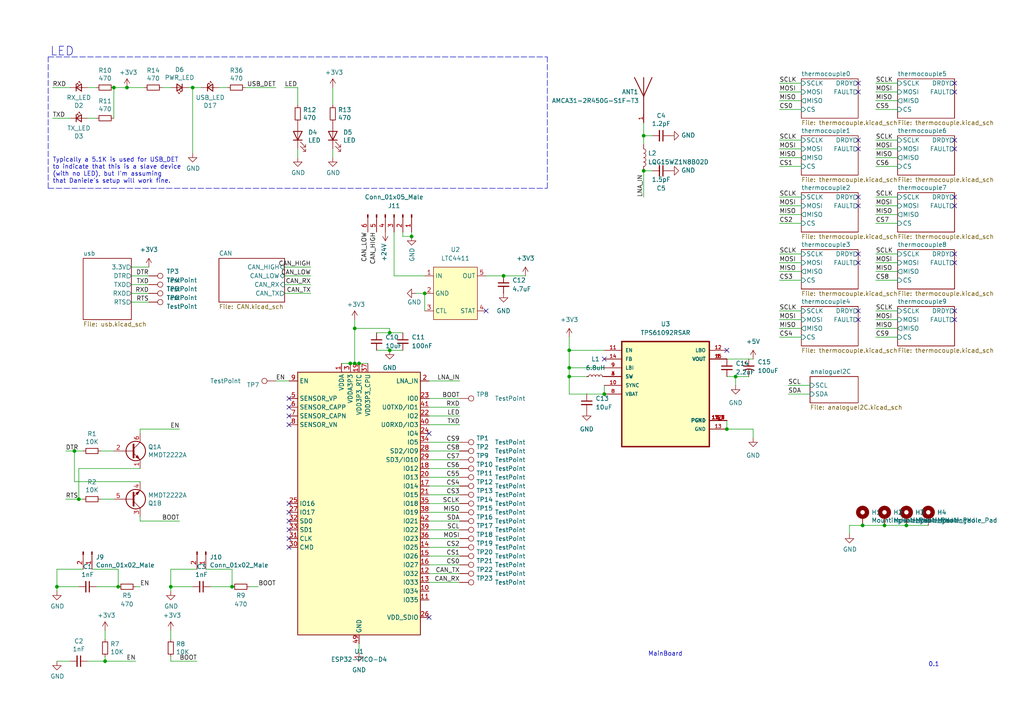
<source format=kicad_sch>
(kicad_sch (version 20211123) (generator eeschema)
  (paper "A4")
  (lib_symbols
    (symbol "AMCA31-2R450G-S1F-T3:AMCA31-2R450G-S1F-T3" (pin_names (offset 1.016) hide)
      (property "Reference" "ANT" (at 2.794 5.842 0))
      (property "Value" "AMCA31-2R450G-S1F-T3_AMCA31-2R450G-S1F-T3" (at 2.667 3.81 0))
      (symbol "AMCA31-2R450G-S1F-T3_0_0"
        (pin input line (at 0 -5.08 90) (length 2.54) (name "~") (number "1"))
      )
    )
    (symbol "Connector:Conn_01x02_Male" (pin_names (offset 1.016) hide)
      (property "Reference" "J" (at 0 2.54 0))
      (property "Value" "Conn_01x02_Male" (at 0 -5.08 0))
      (symbol "Conn_01x02_Male_1_1"
        (pin passive line (at 5.08 0 180) (length 3.81) (name "Pin_1") (number "1"))
        (pin passive line (at 5.08 -2.54 180) (length 3.81) (name "Pin_2") (number "2"))
      )
    )
    (symbol "Connector:Conn_01x06_Male" (pin_names (offset 1.016) hide)
      (property "Reference" "J" (at 0 7.62 0))
      (property "Value" "Conn_01x06_Male" (at 0 -10.16 0))
      (symbol "Conn_01x06_Male_1_1"
        (pin passive line (at 5.08 5.08 180) (length 3.81) (name "Pin_1") (number "1"))
        (pin passive line (at 5.08 2.54 180) (length 3.81) (name "Pin_2") (number "2"))
        (pin passive line (at 5.08 0 180) (length 3.81) (name "Pin_3") (number "3"))
        (pin passive line (at 5.08 -2.54 180) (length 3.81) (name "Pin_4") (number "4"))
        (pin passive line (at 5.08 -5.08 180) (length 3.81) (name "Pin_5") (number "5"))
        (pin passive line (at 5.08 -7.62 180) (length 3.81) (name "Pin_6") (number "6"))
      )
    )
    (symbol "Connector:TestPoint" (pin_numbers hide) (pin_names (offset 0.762) hide)
      (property "Reference" "TP" (at 0 6.858 0))
      (property "Value" "TestPoint" (at 0 5.08 0))
      (symbol "TestPoint_1_1"
        (pin passive line (at 0 0 90) (length 2.54) (name "1") (number "1"))
      )
    )
    (symbol "Device:C_Polarized_Small_US" (pin_numbers hide) (pin_names (offset 0.254) hide)
      (property "Reference" "C" (at 0.254 1.778 0))
      (property "Value" "C_Polarized_Small_US" (at 0.254 -2.032 0))
      (symbol "C_Polarized_Small_US_1_1"
        (pin passive line (at 0 2.54 270) (length 2.032) (name "~") (number "1"))
        (pin passive line (at 0 -2.54 90) (length 2.032) (name "~") (number "2"))
      )
    )
    (symbol "Device:C_Small" (pin_numbers hide) (pin_names (offset 0.254) hide)
      (property "Reference" "C" (at 0.254 1.778 0))
      (property "Value" "C_Small" (at 0.254 -2.032 0))
      (symbol "C_Small_1_1"
        (pin passive line (at 0 2.54 270) (length 2.032) (name "~") (number "1"))
        (pin passive line (at 0 -2.54 90) (length 2.032) (name "~") (number "2"))
      )
    )
    (symbol "Device:L" (pin_numbers hide) (pin_names (offset 1.016) hide)
      (property "Reference" "L" (at -1.27 0 90))
      (property "Value" "L" (at 1.905 0 90))
      (symbol "L_1_1"
        (pin passive line (at 0 3.81 270) (length 1.27) (name "1") (number "1"))
        (pin passive line (at 0 -3.81 90) (length 1.27) (name "2") (number "2"))
      )
    )
    (symbol "Device:LED" (pin_numbers hide) (pin_names (offset 1.016) hide)
      (property "Reference" "D" (at 0 2.54 0))
      (property "Value" "LED" (at 0 -2.54 0))
      (symbol "LED_1_1"
        (pin passive line (at -3.81 0 0) (length 2.54) (name "K") (number "1"))
        (pin passive line (at 3.81 0 180) (length 2.54) (name "A") (number "2"))
      )
    )
    (symbol "Device:LED_Small" (pin_numbers hide) (pin_names (offset 0.254) hide)
      (property "Reference" "D" (at -1.27 3.175 0))
      (property "Value" "LED_Small" (at -4.445 -2.54 0))
      (symbol "LED_Small_1_1"
        (pin passive line (at -2.54 0 0) (length 1.778) (name "K") (number "1"))
        (pin passive line (at 2.54 0 180) (length 1.778) (name "A") (number "2"))
      )
    )
    (symbol "Device:L_Small" (pin_numbers hide) (pin_names (offset 0.254) hide)
      (property "Reference" "L" (at 0.762 1.016 0))
      (property "Value" "L_Small" (at 0.762 -1.016 0))
      (symbol "L_Small_1_1"
        (pin passive line (at 0 2.54 270) (length 0.508) (name "~") (number "1"))
        (pin passive line (at 0 -2.54 90) (length 0.508) (name "~") (number "2"))
      )
    )
    (symbol "Device:R_Small" (pin_numbers hide) (pin_names (offset 0.254) hide)
      (property "Reference" "R" (at 0.762 0.508 0))
      (property "Value" "R_Small" (at 0.762 -1.016 0))
      (symbol "R_Small_1_1"
        (pin passive line (at 0 2.54 270) (length 0.762) (name "~") (number "1"))
        (pin passive line (at 0 -2.54 90) (length 0.762) (name "~") (number "2"))
      )
    )
    (symbol "Mainboard-rescue:+3.3V-Mainboard-cache" (power) (pin_names (offset 0))
      (property "Value" "+3.3V-Mainboard-cache" (at 0 3.556 0))
      (symbol "+3.3V-Mainboard-cache_1_1"
        (pin power_in line (at 0 0 90) (length 0) hide (name "+3V3") (number "1"))
      )
    )
    (symbol "Mechanical:MountingHole_Pad" (pin_numbers hide) (pin_names (offset 1.016) hide)
      (property "Reference" "H" (at 0 6.35 0))
      (property "Value" "MountingHole_Pad" (at 0 4.445 0))
      (symbol "MountingHole_Pad_1_1"
        (pin input line (at 0 -2.54 90) (length 2.54) (name "1") (number "1"))
      )
    )
    (symbol "RF_Module:ESP32-PICO-D4"
      (property "Reference" "U" (at -17.78 39.37 0))
      (property "Value" "ESP32-PICO-D4" (at 3.81 39.37 0))
      (symbol "ESP32-PICO-D4_0_0"
        (pin power_in line (at -5.08 40.64 270) (length 2.54) (name "VDDA") (number "1"))
        (pin input line (at 20.32 -25.4 180) (length 2.54) (name "IO34") (number "10"))
        (pin input line (at 20.32 -27.94 180) (length 2.54) (name "IO35") (number "11"))
        (pin bidirectional line (at 20.32 -20.32 180) (length 2.54) (name "IO32") (number "12"))
        (pin bidirectional line (at 20.32 -22.86 180) (length 2.54) (name "IO33") (number "13"))
        (pin bidirectional line (at 20.32 -12.7 180) (length 2.54) (name "IO25") (number "14"))
        (pin bidirectional line (at 20.32 -15.24 180) (length 2.54) (name "IO26") (number "15"))
        (pin bidirectional line (at 20.32 -17.78 180) (length 2.54) (name "IO27") (number "16"))
        (pin bidirectional line (at 20.32 5.08 180) (length 2.54) (name "IO14") (number "17"))
        (pin bidirectional line (at 20.32 10.16 180) (length 2.54) (name "IO12") (number "18"))
        (pin power_in line (at 0 40.64 270) (length 2.54) (name "VDD3P3_RTC") (number "19"))
        (pin bidirectional line (at 20.32 35.56 180) (length 2.54) (name "LNA_IN") (number "2"))
        (pin bidirectional line (at 20.32 7.62 180) (length 2.54) (name "IO13") (number "20"))
        (pin bidirectional line (at 20.32 2.54 180) (length 2.54) (name "IO15") (number "21"))
        (pin bidirectional line (at 20.32 25.4 180) (length 2.54) (name "IO2") (number "22"))
        (pin bidirectional line (at 20.32 30.48 180) (length 2.54) (name "IO0") (number "23"))
        (pin bidirectional line (at 20.32 20.32 180) (length 2.54) (name "IO4") (number "24"))
        (pin bidirectional line (at -20.32 0 0) (length 2.54) (name "IO16") (number "25"))
        (pin power_out line (at 20.32 -33.02 180) (length 2.54) (name "VDD_SDIO") (number "26"))
        (pin bidirectional line (at -20.32 -2.54 0) (length 2.54) (name "IO17") (number "27"))
        (pin bidirectional line (at 20.32 15.24 180) (length 2.54) (name "SD2/IO9") (number "28"))
        (pin bidirectional line (at 20.32 12.7 180) (length 2.54) (name "SD3/IO10") (number "29"))
        (pin power_in line (at -2.54 40.64 270) (length 2.54) (name "VDDA3P3") (number "3"))
        (pin bidirectional line (at -20.32 -12.7 0) (length 2.54) (name "CMD") (number "30"))
        (pin bidirectional line (at -20.32 -10.16 0) (length 2.54) (name "CLK") (number "31"))
        (pin bidirectional line (at -20.32 -5.08 0) (length 2.54) (name "SD0") (number "32"))
        (pin bidirectional line (at -20.32 -7.62 0) (length 2.54) (name "SD1") (number "33"))
        (pin bidirectional line (at 20.32 17.78 180) (length 2.54) (name "IO5") (number "34"))
        (pin bidirectional line (at 20.32 0 180) (length 2.54) (name "IO18") (number "35"))
        (pin bidirectional line (at 20.32 -10.16 180) (length 2.54) (name "IO23") (number "36"))
        (pin power_in line (at 2.54 40.64 270) (length 2.54) (name "VDD3P3_CPU") (number "37"))
        (pin bidirectional line (at 20.32 -2.54 180) (length 2.54) (name "IO19") (number "38"))
        (pin bidirectional line (at 20.32 -7.62 180) (length 2.54) (name "IO22") (number "39"))
        (pin passive line (at -2.54 40.64 270) (length 2.54) hide (name "VDDA3P3") (number "4"))
        (pin bidirectional line (at 20.32 22.86 180) (length 2.54) (name "U0RXD/IO3") (number "40"))
        (pin bidirectional line (at 20.32 27.94 180) (length 2.54) (name "U0TXD/IO1") (number "41"))
        (pin bidirectional line (at 20.32 -5.08 180) (length 2.54) (name "IO21") (number "42"))
        (pin passive line (at -5.08 40.64 270) (length 2.54) hide (name "VDDA") (number "43"))
        (pin no_connect line (at -17.78 -25.4 0) (length 2.54) hide (name "XTAL_N_NC") (number "44"))
        (pin no_connect line (at -17.78 -27.94 0) (length 2.54) hide (name "XTAL_P_NC") (number "45"))
        (pin passive line (at -5.08 40.64 270) (length 2.54) hide (name "VDDA") (number "46"))
        (pin no_connect line (at -17.78 -30.48 0) (length 2.54) hide (name "CAP2_NC") (number "47"))
        (pin no_connect line (at -17.78 -33.02 0) (length 2.54) hide (name "CAP1_NC") (number "48"))
        (pin power_in line (at 0 -40.64 90) (length 2.54) (name "GND") (number "49"))
        (pin input line (at -20.32 30.48 0) (length 2.54) (name "SENSOR_VP") (number "5"))
        (pin input line (at -20.32 27.94 0) (length 2.54) (name "SENSOR_CAPP") (number "6"))
        (pin input line (at -20.32 25.4 0) (length 2.54) (name "SENSOR_CAPN") (number "7"))
        (pin input line (at -20.32 22.86 0) (length 2.54) (name "SENSOR_VN") (number "8"))
        (pin input line (at -20.32 35.56 0) (length 2.54) (name "EN") (number "9"))
      )
    )
    (symbol "Transistor_BJT:MMDT2222A" (pin_names (offset 0) hide)
      (property "Reference" "Q" (at 5.08 1.27 0))
      (property "Value" "MMDT2222A" (at 5.08 -1.27 0))
      (symbol "MMDT2222A_1_1"
        (pin passive line (at 2.54 -5.08 90) (length 2.54) (name "E1") (number "1"))
        (pin input line (at -5.08 0 0) (length 2.54) (name "B1") (number "2"))
        (pin passive line (at 2.54 5.08 270) (length 2.54) (name "C1") (number "6"))
      )
      (symbol "MMDT2222A_2_1"
        (pin passive line (at 2.54 5.08 270) (length 2.54) (name "C2") (number "3"))
        (pin passive line (at 2.54 -5.08 90) (length 2.54) (name "E2") (number "4"))
        (pin input line (at -5.08 0 0) (length 2.54) (name "B2") (number "5"))
      )
    )
    (symbol "analogue-cache:+3.3V" (power) (pin_names (offset 0))
      (property "Value" "+3.3V" (at 0 3.556 0))
      (symbol "+3.3V_1_1"
        (pin power_in line (at 0 0 90) (length 0) hide (name "+3V3") (number "1"))
      )
    )
    (symbol "iclr:LTC4411"
      (property "Reference" "U" (at 0 1.27 0))
      (property "Value" "LTC4411" (at 0 -1.27 0))
      (symbol "LTC4411_1_1"
        (pin power_in line (at -8.89 -5.08 0) (length 2.54) (name "IN") (number "1"))
        (pin output line (at -8.89 -10.16 0) (length 2.54) (name "GND") (number "2"))
        (pin input line (at -8.89 -15.24 0) (length 2.54) (name "CTL") (number "3"))
        (pin input line (at 8.89 -15.24 180) (length 2.54) (name "STAT") (number "4"))
        (pin power_out line (at 8.89 -5.08 180) (length 2.54) (name "OUT") (number "5"))
      )
    )
    (symbol "iclr:TPS61092RSAR" (pin_names (offset 1.016))
      (property "Reference" "U" (at -12.7 16.2306 0))
      (property "Value" "TPS61092RSAR" (at -12.7 -19.2278 0))
      (symbol "TPS61092RSAR_0_0"
        (pin output line (at 17.78 10.16 180) (length 5.08) (name "VOUT") (number "1"))
        (pin input line (at -17.78 2.54 0) (length 5.08) (name "SYNC") (number "10"))
        (pin input line (at -17.78 12.7 0) (length 5.08) (name "EN") (number "11"))
        (pin output line (at 17.78 12.7 180) (length 5.08) (name "LBO") (number "12"))
        (pin power_in line (at 17.78 -10.16 180) (length 5.08) (name "GND") (number "13"))
        (pin input line (at -17.78 10.16 0) (length 5.08) (name "FB") (number "14"))
        (pin output line (at 17.78 10.16 180) (length 5.08) (name "VOUT") (number "15"))
        (pin output line (at 17.78 10.16 180) (length 5.08) (name "VOUT") (number "16"))
        (pin power_in line (at 17.78 -7.62 180) (length 5.08) (name "PGND") (number "17"))
        (pin power_in line (at 17.78 -7.62 180) (length 5.08) (name "PGND") (number "17_1"))
        (pin power_in line (at 17.78 -7.62 180) (length 5.08) (name "PGND") (number "17_2"))
        (pin power_in line (at 17.78 -7.62 180) (length 5.08) (name "PGND") (number "17_3"))
        (pin power_in line (at 17.78 -7.62 180) (length 5.08) (name "PGND") (number "17_4"))
        (pin power_in line (at 17.78 -7.62 180) (length 5.08) (name "PGND") (number "17_5"))
        (pin power_in line (at 17.78 -7.62 180) (length 5.08) (name "PGND") (number "17_6"))
        (pin power_in line (at 17.78 -7.62 180) (length 5.08) (name "PGND") (number "17_7"))
        (pin power_in line (at 17.78 -7.62 180) (length 5.08) (name "PGND") (number "17_8"))
        (pin power_in line (at 17.78 -7.62 180) (length 5.08) (name "PGND") (number "17_9"))
        (pin input line (at -17.78 5.08 0) (length 5.08) (name "SW") (number "3"))
        (pin input line (at -17.78 5.08 0) (length 5.08) (name "SW") (number "4"))
        (pin power_in line (at 17.78 -7.62 180) (length 5.08) (name "PGND") (number "5"))
        (pin power_in line (at 17.78 -7.62 180) (length 5.08) (name "PGND") (number "6"))
        (pin power_in line (at 17.78 -7.62 180) (length 5.08) (name "PGND") (number "7"))
        (pin input line (at -17.78 0 0) (length 5.08) (name "VBAT") (number "8"))
        (pin input line (at -17.78 7.62 0) (length 5.08) (name "LBI") (number "9"))
      )
    )
    (symbol "power:+24V" (power) (pin_names (offset 0))
      (property "Value" "+24V" (at 0 3.556 0))
      (symbol "+24V_1_1"
        (pin power_in line (at 0 0 90) (length 0) hide (name "+24V") (number "1"))
      )
    )
    (symbol "power:+3.3V" (power) (pin_names (offset 0))
      (property "Value" "+3.3V" (at 0 3.556 0))
      (symbol "+3.3V_1_1"
        (pin power_in line (at 0 0 90) (length 0) hide (name "+3V3") (number "1"))
      )
    )
    (symbol "power:+5V" (power) (pin_names (offset 0))
      (property "Value" "+5V" (at 0 3.556 0))
      (symbol "+5V_1_1"
        (pin power_in line (at 0 0 90) (length 0) hide (name "+5V") (number "1"))
      )
    )
    (symbol "power:GND" (power) (pin_names (offset 0))
      (property "Value" "GND" (at 0 -3.81 0))
      (symbol "GND_1_1"
        (pin power_in line (at 0 0 270) (length 0) hide (name "GND") (number "1"))
      )
    )
  )
  (junction (at 146.05 80.01))
  (junction (at 165.1 109.22))
  (junction (at 213.36 109.22))
  (junction (at 22.86 144.78))
  (junction (at 250.19 152.4))
  (junction (at 102.87 105.41))
  (junction (at 165.1 101.6))
  (junction (at 30.48 191.77))
  (junction (at 33.02 25.4))
  (junction (at 113.03 101.6))
  (junction (at 67.31 170.18))
  (junction (at 119.38 68.58))
  (junction (at 123.19 85.09))
  (junction (at 175.26 114.3))
  (junction (at 186.69 39.37))
  (junction (at 113.03 96.52))
  (junction (at 101.6 105.41))
  (junction (at 104.14 105.41))
  (junction (at 55.88 25.4))
  (junction (at 36.83 25.4))
  (junction (at 186.69 49.53))
  (junction (at 16.51 170.18))
  (junction (at 21.59 130.81))
  (junction (at 165.1 106.68))
  (junction (at 262.89 152.4))
  (junction (at 102.87 95.25))
  (junction (at 210.82 124.46))
  (junction (at 49.53 170.18))
  (junction (at 34.29 170.18))
  (junction (at 256.54 152.4))
  (no_connect (at 248.92 26.67))
  (no_connect (at 248.92 92.71))
  (no_connect (at 276.86 76.2))
  (no_connect (at 248.92 59.69))
  (no_connect (at 276.86 26.67))
  (no_connect (at 248.92 43.18))
  (no_connect (at 276.86 90.17))
  (no_connect (at 83.82 158.75))
  (no_connect (at 248.92 73.66))
  (no_connect (at 140.97 90.17))
  (no_connect (at 276.86 24.13))
  (no_connect (at 248.92 90.17))
  (no_connect (at 210.82 101.6))
  (no_connect (at 124.46 179.07))
  (no_connect (at 175.26 104.14))
  (no_connect (at 83.82 151.13))
  (no_connect (at 83.82 148.59))
  (no_connect (at 276.86 59.69))
  (no_connect (at 83.82 120.65))
  (no_connect (at 83.82 123.19))
  (no_connect (at 83.82 118.11))
  (no_connect (at 83.82 115.57))
  (no_connect (at 276.86 40.64))
  (no_connect (at 83.82 156.21))
  (no_connect (at 248.92 24.13))
  (no_connect (at 248.92 76.2))
  (no_connect (at 248.92 57.15))
  (no_connect (at 83.82 146.05))
  (no_connect (at 248.92 40.64))
  (no_connect (at 276.86 92.71))
  (no_connect (at 276.86 73.66))
  (no_connect (at 276.86 43.18))
  (no_connect (at 124.46 125.73))
  (no_connect (at 276.86 57.15))
  (no_connect (at 83.82 153.67))
  (wire (pts (xy 254 76.2) (xy 260.35 76.2)))
  (wire (pts (xy 101.6 105.41) (xy 102.87 105.41)))
  (wire (pts (xy 232.41 62.23) (xy 226.06 62.23)))
  (wire (pts (xy 99.06 105.41) (xy 101.6 105.41)))
  (wire (pts (xy 123.19 85.09) (xy 123.19 90.17)))
  (wire (pts (xy 21.59 139.7) (xy 40.64 139.7)))
  (wire (pts (xy 246.38 152.4) (xy 246.38 154.94)))
  (polyline (pts (xy 13.97 54.61) (xy 13.97 16.51)))
  (wire (pts (xy 254 26.67) (xy 260.35 26.67)))
  (wire (pts (xy 260.35 95.25) (xy 254 95.25)))
  (wire (pts (xy 116.84 67.31) (xy 116.84 68.58)))
  (wire (pts (xy 49.53 182.88) (xy 49.53 185.42)))
  (wire (pts (xy 254 81.28) (xy 260.35 81.28)))
  (wire (pts (xy 124.46 140.97) (xy 133.35 140.97)))
  (wire (pts (xy 226.06 31.75) (xy 232.41 31.75)))
  (wire (pts (xy 16.51 191.77) (xy 20.32 191.77)))
  (wire (pts (xy 254 31.75) (xy 260.35 31.75)))
  (wire (pts (xy 189.23 39.37) (xy 186.69 39.37)))
  (wire (pts (xy 232.41 29.21) (xy 226.06 29.21)))
  (wire (pts (xy 186.69 57.15) (xy 186.69 49.53)))
  (wire (pts (xy 133.35 128.27) (xy 124.46 128.27)))
  (wire (pts (xy 165.1 114.3) (xy 175.26 114.3)))
  (wire (pts (xy 254 57.15) (xy 260.35 57.15)))
  (wire (pts (xy 133.35 120.65) (xy 124.46 120.65)))
  (wire (pts (xy 16.51 170.18) (xy 16.51 171.45)))
  (wire (pts (xy 232.41 95.25) (xy 226.06 95.25)))
  (wire (pts (xy 254 64.77) (xy 260.35 64.77)))
  (wire (pts (xy 133.35 163.83) (xy 124.46 163.83)))
  (wire (pts (xy 254 73.66) (xy 260.35 73.66)))
  (wire (pts (xy 38.1 82.55) (xy 43.18 82.55)))
  (wire (pts (xy 109.22 101.6) (xy 113.03 101.6)))
  (wire (pts (xy 96.52 25.4) (xy 96.52 30.48)))
  (wire (pts (xy 16.51 165.1) (xy 16.51 170.18)))
  (wire (pts (xy 82.55 85.09) (xy 90.17 85.09)))
  (wire (pts (xy 226.06 48.26) (xy 232.41 48.26)))
  (wire (pts (xy 186.69 35.56) (xy 186.69 39.37)))
  (wire (pts (xy 124.46 148.59) (xy 133.35 148.59)))
  (wire (pts (xy 38.1 80.01) (xy 43.18 80.01)))
  (wire (pts (xy 218.44 124.46) (xy 218.44 127)))
  (wire (pts (xy 109.22 96.52) (xy 113.03 96.52)))
  (wire (pts (xy 114.3 80.01) (xy 123.19 80.01)))
  (wire (pts (xy 102.87 105.41) (xy 104.14 105.41)))
  (wire (pts (xy 58.42 25.4) (xy 55.88 25.4)))
  (wire (pts (xy 21.59 130.81) (xy 21.59 139.7)))
  (wire (pts (xy 80.01 25.4) (xy 71.12 25.4)))
  (wire (pts (xy 124.46 130.81) (xy 133.35 130.81)))
  (wire (pts (xy 260.35 45.72) (xy 254 45.72)))
  (wire (pts (xy 133.35 146.05) (xy 124.46 146.05)))
  (wire (pts (xy 120.65 85.09) (xy 123.19 85.09)))
  (wire (pts (xy 49.53 165.1) (xy 49.53 170.18)))
  (wire (pts (xy 124.46 156.21) (xy 133.35 156.21)))
  (wire (pts (xy 165.1 109.22) (xy 165.1 114.3)))
  (wire (pts (xy 254 90.17) (xy 260.35 90.17)))
  (wire (pts (xy 22.86 170.18) (xy 16.51 170.18)))
  (wire (pts (xy 175.26 111.76) (xy 175.26 114.3)))
  (wire (pts (xy 82.55 80.01) (xy 90.17 80.01)))
  (wire (pts (xy 254 48.26) (xy 260.35 48.26)))
  (wire (pts (xy 24.13 130.81) (xy 21.59 130.81)))
  (wire (pts (xy 104.14 186.69) (xy 104.14 189.23)))
  (wire (pts (xy 15.24 34.29) (xy 20.32 34.29)))
  (wire (pts (xy 210.82 121.92) (xy 210.82 124.46)))
  (wire (pts (xy 55.88 25.4) (xy 55.88 44.45)))
  (wire (pts (xy 186.69 39.37) (xy 186.69 41.91)))
  (wire (pts (xy 254 59.69) (xy 260.35 59.69)))
  (wire (pts (xy 55.88 25.4) (xy 54.61 25.4)))
  (polyline (pts (xy 13.97 54.61) (xy 158.75 54.61)))
  (wire (pts (xy 25.4 34.29) (xy 27.94 34.29)))
  (wire (pts (xy 165.1 97.79) (xy 165.1 101.6)))
  (wire (pts (xy 254 97.79) (xy 260.35 97.79)))
  (wire (pts (xy 38.1 85.09) (xy 43.18 85.09)))
  (wire (pts (xy 82.55 25.4) (xy 86.36 25.4)))
  (wire (pts (xy 16.51 165.1) (xy 24.13 165.1)))
  (wire (pts (xy 80.01 110.49) (xy 83.82 110.49)))
  (wire (pts (xy 86.36 25.4) (xy 86.36 30.48)))
  (wire (pts (xy 33.02 25.4) (xy 36.83 25.4)))
  (wire (pts (xy 38.1 77.47) (xy 43.18 77.47)))
  (wire (pts (xy 226.06 43.18) (xy 232.41 43.18)))
  (wire (pts (xy 102.87 95.25) (xy 102.87 105.41)))
  (wire (pts (xy 96.52 45.72) (xy 96.52 43.18)))
  (wire (pts (xy 226.06 73.66) (xy 232.41 73.66)))
  (wire (pts (xy 113.03 96.52) (xy 116.84 96.52)))
  (wire (pts (xy 213.36 109.22) (xy 213.36 111.76)))
  (wire (pts (xy 24.13 144.78) (xy 22.86 144.78)))
  (wire (pts (xy 86.36 45.72) (xy 86.36 43.18)))
  (wire (pts (xy 226.06 40.64) (xy 232.41 40.64)))
  (wire (pts (xy 22.86 144.78) (xy 22.86 135.89)))
  (wire (pts (xy 140.97 80.01) (xy 146.05 80.01)))
  (wire (pts (xy 226.06 81.28) (xy 232.41 81.28)))
  (wire (pts (xy 133.35 133.35) (xy 124.46 133.35)))
  (wire (pts (xy 46.99 25.4) (xy 49.53 25.4)))
  (wire (pts (xy 124.46 110.49) (xy 133.35 110.49)))
  (wire (pts (xy 34.29 170.18) (xy 34.29 165.1)))
  (wire (pts (xy 40.64 170.18) (xy 39.37 170.18)))
  (wire (pts (xy 38.1 87.63) (xy 43.18 87.63)))
  (wire (pts (xy 124.46 158.75) (xy 133.35 158.75)))
  (polyline (pts (xy 13.97 16.51) (xy 158.75 16.51)))
  (wire (pts (xy 226.06 59.69) (xy 232.41 59.69)))
  (wire (pts (xy 260.35 29.21) (xy 254 29.21)))
  (wire (pts (xy 262.89 152.4) (xy 269.24 152.4)))
  (wire (pts (xy 124.46 166.37) (xy 133.35 166.37)))
  (polyline (pts (xy 158.75 54.61) (xy 158.75 16.51)))
  (wire (pts (xy 165.1 109.22) (xy 170.18 109.22)))
  (wire (pts (xy 226.06 64.77) (xy 232.41 64.77)))
  (wire (pts (xy 60.96 170.18) (xy 67.31 170.18)))
  (wire (pts (xy 119.38 67.31) (xy 119.38 68.58)))
  (wire (pts (xy 210.82 124.46) (xy 218.44 124.46)))
  (wire (pts (xy 55.88 170.18) (xy 49.53 170.18)))
  (wire (pts (xy 49.53 191.77) (xy 49.53 190.5)))
  (wire (pts (xy 15.24 25.4) (xy 20.32 25.4)))
  (wire (pts (xy 260.35 62.23) (xy 254 62.23)))
  (wire (pts (xy 124.46 115.57) (xy 133.35 115.57)))
  (wire (pts (xy 254 40.64) (xy 260.35 40.64)))
  (wire (pts (xy 124.46 123.19) (xy 133.35 123.19)))
  (wire (pts (xy 29.21 144.78) (xy 33.02 144.78)))
  (wire (pts (xy 124.46 161.29) (xy 133.35 161.29)))
  (wire (pts (xy 113.03 101.6) (xy 116.84 101.6)))
  (wire (pts (xy 250.19 152.4) (xy 256.54 152.4)))
  (wire (pts (xy 254 43.18) (xy 260.35 43.18)))
  (wire (pts (xy 165.1 101.6) (xy 165.1 106.68)))
  (wire (pts (xy 30.48 191.77) (xy 39.37 191.77)))
  (wire (pts (xy 226.06 24.13) (xy 232.41 24.13)))
  (wire (pts (xy 57.15 191.77) (xy 49.53 191.77)))
  (wire (pts (xy 116.84 68.58) (xy 119.38 68.58)))
  (wire (pts (xy 165.1 106.68) (xy 165.1 109.22)))
  (wire (pts (xy 27.94 170.18) (xy 34.29 170.18)))
  (wire (pts (xy 228.6 111.76) (xy 234.95 111.76)))
  (wire (pts (xy 226.06 76.2) (xy 232.41 76.2)))
  (wire (pts (xy 25.4 191.77) (xy 30.48 191.77)))
  (wire (pts (xy 59.69 165.1) (xy 67.31 165.1)))
  (wire (pts (xy 228.6 114.3) (xy 234.95 114.3)))
  (wire (pts (xy 49.53 165.1) (xy 57.15 165.1)))
  (wire (pts (xy 254 24.13) (xy 260.35 24.13)))
  (wire (pts (xy 165.1 106.68) (xy 175.26 106.68)))
  (wire (pts (xy 210.82 109.22) (xy 213.36 109.22)))
  (wire (pts (xy 210.82 104.14) (xy 218.44 104.14)))
  (wire (pts (xy 21.59 130.81) (xy 19.05 130.81)))
  (wire (pts (xy 30.48 182.88) (xy 30.48 185.42)))
  (wire (pts (xy 226.06 97.79) (xy 232.41 97.79)))
  (wire (pts (xy 226.06 90.17) (xy 232.41 90.17)))
  (wire (pts (xy 33.02 130.81) (xy 29.21 130.81)))
  (wire (pts (xy 226.06 57.15) (xy 232.41 57.15)))
  (wire (pts (xy 25.4 25.4) (xy 27.94 25.4)))
  (wire (pts (xy 133.35 153.67) (xy 124.46 153.67)))
  (wire (pts (xy 226.06 92.71) (xy 232.41 92.71)))
  (wire (pts (xy 254 92.71) (xy 260.35 92.71)))
  (wire (pts (xy 22.86 144.78) (xy 19.05 144.78)))
  (wire (pts (xy 30.48 191.77) (xy 30.48 190.5)))
  (wire (pts (xy 114.3 67.31) (xy 114.3 80.01)))
  (wire (pts (xy 260.35 78.74) (xy 254 78.74)))
  (wire (pts (xy 102.87 95.25) (xy 113.03 95.25)))
  (wire (pts (xy 175.26 101.6) (xy 165.1 101.6)))
  (wire (pts (xy 124.46 151.13) (xy 133.35 151.13)))
  (wire (pts (xy 232.41 45.72) (xy 226.06 45.72)))
  (wire (pts (xy 213.36 109.22) (xy 217.17 109.22)))
  (wire (pts (xy 113.03 95.25) (xy 113.03 96.52)))
  (wire (pts (xy 40.64 149.86) (xy 40.64 151.13)))
  (wire (pts (xy 146.05 80.01) (xy 152.4 80.01)))
  (wire (pts (xy 33.02 25.4) (xy 33.02 34.29)))
  (wire (pts (xy 133.35 143.51) (xy 124.46 143.51)))
  (wire (pts (xy 124.46 118.11) (xy 133.35 118.11)))
  (wire (pts (xy 256.54 152.4) (xy 262.89 152.4)))
  (wire (pts (xy 250.19 152.4) (xy 246.38 152.4)))
  (wire (pts (xy 104.14 105.41) (xy 106.68 105.41)))
  (wire (pts (xy 82.55 77.47) (xy 90.17 77.47)))
  (wire (pts (xy 26.67 165.1) (xy 34.29 165.1)))
  (wire (pts (xy 102.87 92.71) (xy 102.87 95.25)))
  (wire (pts (xy 124.46 168.91) (xy 133.35 168.91)))
  (wire (pts (xy 124.46 135.89) (xy 133.35 135.89)))
  (wire (pts (xy 186.69 49.53) (xy 189.23 49.53)))
  (wire (pts (xy 40.64 125.73) (xy 40.64 124.46)))
  (wire (pts (xy 40.64 151.13) (xy 52.07 151.13)))
  (wire (pts (xy 22.86 135.89) (xy 40.64 135.89)))
  (wire (pts (xy 36.83 25.4) (xy 41.91 25.4)))
  (wire (pts (xy 74.93 170.18) (xy 72.39 170.18)))
  (wire (pts (xy 63.5 25.4) (xy 66.04 25.4)))
  (wire (pts (xy 133.35 138.43) (xy 124.46 138.43)))
  (wire (pts (xy 40.64 124.46) (xy 52.07 124.46)))
  (wire (pts (xy 67.31 170.18) (xy 67.31 165.1)))
  (wire (pts (xy 82.55 82.55) (xy 90.17 82.55)))
  (wire (pts (xy 232.41 78.74) (xy 226.06 78.74)))
  (wire (pts (xy 226.06 26.67) (xy 232.41 26.67)))
  (wire (pts (xy 49.53 170.18) (xy 49.53 171.45)))
  (text "LED" (at 21.59 16.51 180) (effects (font (size 2.54 2.54)) (justify right bottom)))
  (text "MainBoard\n" (at 187.96 190.5 0) (effects (font (size 1.27 1.27)) (justify left bottom)))
  (text "0.1\n\n" (at 269.24 195.58 0) (effects (font (size 1.27 1.27)) (justify left bottom)))
  (text "Typically a 5.1K is used for USB_DET\nto indicate that this is a slave device\n(with no LED), but I'm assuming \nthat Daniele's setup will work fine." (at 15.24 53.34 0) (effects (font (size 1.27 1.27)) (justify left bottom)))
  (label "SCLK" (at 133.35 146.05 180))
  (label "BOOT" (at 133.35 115.57 180))
  (label "CS4" (at 226.06 97.79 0))
  (label "DTR" (at 43.18 80.01 180))
  (label "EN" (at 80.01 110.49 0))
  (label "CAN_TX" (at 133.35 166.37 180))
  (label "MOSI" (at 254 92.71 0))
  (label "MISO" (at 226.06 95.25 0))
  (label "CS6" (at 133.35 135.89 180))
  (label "MISO" (at 226.06 62.23 0))
  (label "SCLK" (at 226.06 73.66 0))
  (label "CS0" (at 226.06 31.75 0))
  (label "CS5" (at 254 31.75 0))
  (label "CS9" (at 254 97.79 0))
  (label "MISO" (at 254 95.25 0))
  (label "CAN_RX" (at 90.17 82.55 180))
  (label "MOSI" (at 254 59.69 0))
  (label "MOSI" (at 254 76.2 0))
  (label "CS1" (at 226.06 48.26 0))
  (label "EN" (at 39.37 191.77 180))
  (label "CS2" (at 133.35 158.75 180))
  (label "CAN_LOW" (at 106.68 67.31 270))
  (label "CS4" (at 133.35 140.97 180))
  (label "MISO" (at 254 78.74 0))
  (label "BOOT" (at 57.15 191.77 180))
  (label "MOSI" (at 133.35 156.21 180))
  (label "DTR" (at 19.05 130.81 0))
  (label "BOOT" (at 52.07 151.13 180))
  (label "MOSI" (at 254 43.18 0))
  (label "RTS" (at 43.18 87.63 180))
  (label "CS7" (at 254 64.77 0))
  (label "SCLK" (at 254 57.15 0))
  (label "CAN_RX" (at 133.35 168.91 180))
  (label "MOSI" (at 226.06 76.2 0))
  (label "MISO" (at 226.06 45.72 0))
  (label "MOSI" (at 254 26.67 0))
  (label "MISO" (at 254 45.72 0))
  (label "EN" (at 52.07 124.46 180))
  (label "TXD" (at 15.24 34.29 0))
  (label "TXD" (at 133.35 123.19 180))
  (label "CAN_HIGH" (at 109.22 67.31 270))
  (label "CS1" (at 133.35 161.29 180))
  (label "RXD" (at 133.35 118.11 180))
  (label "TXD" (at 43.18 82.55 180))
  (label "MOSI" (at 226.06 26.67 0))
  (label "MOSI" (at 226.06 59.69 0))
  (label "MOSI" (at 226.06 92.71 0))
  (label "MISO" (at 226.06 78.74 0))
  (label "CAN_HIGH" (at 90.17 77.47 180))
  (label "C55" (at 133.35 138.43 180))
  (label "CAN_TX" (at 90.17 85.09 180))
  (label "BOOT" (at 74.93 170.18 0))
  (label "SCLK" (at 254 24.13 0))
  (label "CS0" (at 133.35 163.83 180))
  (label "USB_DET" (at 80.01 25.4 180))
  (label "SCLK" (at 254 73.66 0))
  (label "SCLK" (at 254 40.64 0))
  (label "MISO" (at 226.06 29.21 0))
  (label "CAN_LOW" (at 90.17 80.01 180))
  (label "RXD" (at 43.18 85.09 180))
  (label "SCL" (at 133.35 153.67 180))
  (label "SCLK" (at 226.06 57.15 0))
  (label "SDA" (at 133.35 151.13 180))
  (label "CS3" (at 226.06 81.28 0))
  (label "CS2" (at 226.06 64.77 0))
  (label "MISO" (at 133.35 148.59 180))
  (label "LED" (at 133.35 120.65 180))
  (label "EN" (at 40.64 170.18 0))
  (label "SCLK" (at 226.06 24.13 0))
  (label "SCLK" (at 226.06 90.17 0))
  (label "CS3" (at 133.35 143.51 180))
  (label "CS8" (at 254 81.28 0))
  (label "SDA" (at 228.6 114.3 0))
  (label "MOSI" (at 226.06 43.18 0))
  (label "RXD" (at 15.24 25.4 0))
  (label "SCLK" (at 226.06 40.64 0))
  (label "RTS" (at 19.05 144.78 0))
  (label "MISO" (at 254 62.23 0))
  (label "SCL" (at 228.6 111.76 0))
  (label "CS6" (at 254 48.26 0))
  (label "CS9" (at 133.35 128.27 180))
  (label "LNA_IN" (at 133.35 110.49 180))
  (label "LNA_IN" (at 186.69 57.15 90))
  (label "LED" (at 82.55 25.4 0))
  (label "CS7" (at 133.35 133.35 180))
  (label "MISO" (at 254 29.21 0))
  (label "CS8" (at 133.35 130.81 180))
  (label "SCLK" (at 254 90.17 0))
  (symbol (lib_id "power:+3.3V") (at 102.87 92.71 0) (unit 1)
    (property "Reference" "#PWR020" (effects hide))
    (property "Value" "+3.3V" (at 103.251 88.3158 0))
  )
  (symbol (lib_id "power:+3.3V") (at 30.48 182.88 0) (unit 1)
    (property "Reference" "#PWR06" (effects hide))
    (property "Value" "+3.3V" (at 30.861 178.4858 0))
  )
  (symbol (lib_id "Device:R_Small") (at 30.48 187.96 0) (unit 1)
    (property "Reference" "R7" (at 31.9786 186.7916 0) (effects (justify left)))
    (property "Value" "10K" (at 31.9786 189.103 0) (effects (justify left)))
    (property "Footprint" "Resistor_SMD:R_0603_1608Metric" (effects hide))
  )
  (symbol (lib_id "Device:C_Small") (at 22.86 191.77 270) (unit 1)
    (property "Reference" "C2" (at 22.86 185.9534 90))
    (property "Value" "1nF" (at 22.86 188.2648 90))
    (property "Footprint" "Capacitor_SMD:C_0603_1608Metric" (effects hide))
  )
  (symbol (lib_id "power:GND") (at 16.51 191.77 0) (unit 1)
    (property "Reference" "#PWR03" (effects hide))
    (property "Value" "GND" (at 16.637 196.1642 0))
  )
  (symbol (lib_id "power:+3.3V") (at 49.53 182.88 0) (unit 1)
    (property "Reference" "#PWR09" (effects hide))
    (property "Value" "+3.3V" (at 49.911 178.4858 0))
  )
  (symbol (lib_id "Device:R_Small") (at 49.53 187.96 0) (unit 1)
    (property "Reference" "R8" (at 51.0286 186.7916 0) (effects (justify left)))
    (property "Value" "10K" (at 51.0286 189.103 0) (effects (justify left)))
    (property "Footprint" "Resistor_SMD:R_0603_1608Metric" (effects hide))
  )
  (symbol (lib_id "power:GND") (at 49.53 171.45 0) (unit 1)
    (property "Reference" "#PWR07" (effects hide))
    (property "Value" "GND" (at 49.657 175.8442 0))
  )
  (symbol (lib_id "Device:C_Small") (at 58.42 170.18 270) (unit 1)
    (property "Reference" "C3" (at 58.42 164.3634 90))
    (property "Value" "1nF" (at 58.42 166.6748 90))
    (property "Footprint" "Capacitor_SMD:C_0603_1608Metric" (effects hide))
  )
  (symbol (lib_id "Device:R_Small") (at 69.85 170.18 270) (unit 1)
    (property "Reference" "R9" (at 69.85 172.72 90))
    (property "Value" "470" (at 69.85 175.26 90))
    (property "Footprint" "Resistor_SMD:R_0603_1608Metric" (effects hide))
  )
  (symbol (lib_id "power:GND") (at 16.51 171.45 0) (unit 1)
    (property "Reference" "#PWR02" (effects hide))
    (property "Value" "GND" (at 16.637 175.8442 0))
  )
  (symbol (lib_id "Device:C_Small") (at 25.4 170.18 270) (unit 1)
    (property "Reference" "C1" (at 25.4 164.3634 90))
    (property "Value" "1nF" (at 25.4 166.6748 90))
    (property "Footprint" "Capacitor_SMD:C_0603_1608Metric" (effects hide))
  )
  (symbol (lib_id "Device:R_Small") (at 36.83 170.18 270) (unit 1)
    (property "Reference" "R5" (at 36.83 172.72 90))
    (property "Value" "470" (at 36.83 175.26 90))
    (property "Footprint" "Resistor_SMD:R_0603_1608Metric" (effects hide))
  )
  (symbol (lib_id "Device:LED_Small") (at 22.86 34.29 0) (unit 1)
    (property "Reference" "D3" (at 22.86 39.497 0))
    (property "Value" "TX_LED" (at 22.86 37.1856 0))
    (property "Footprint" "LED_SMD:LED_0603_1608Metric" (effects hide))
  )
  (symbol (lib_id "Device:LED_Small") (at 22.86 25.4 0) (unit 1)
    (property "Reference" "D2" (at 22.86 30.607 0))
    (property "Value" "RX_LED" (at 22.86 28.2956 0))
    (property "Footprint" "LED_SMD:LED_0603_1608Metric" (effects hide))
  )
  (symbol (lib_id "Device:R_Small") (at 30.48 25.4 270) (unit 1)
    (property "Reference" "R10" (at 30.48 20.4216 90))
    (property "Value" "470" (at 30.48 22.733 90))
    (property "Footprint" "Resistor_SMD:R_0603_1608Metric" (effects hide))
  )
  (symbol (lib_id "Device:R_Small") (at 30.48 34.29 270) (unit 1)
    (property "Reference" "R11" (at 30.48 29.3116 90))
    (property "Value" "470" (at 30.48 31.623 90))
    (property "Footprint" "Resistor_SMD:R_0603_1608Metric" (effects hide))
  )
  (symbol (lib_id "power:GND") (at 55.88 44.45 0) (unit 1)
    (property "Reference" "#PWR012" (effects hide))
    (property "Value" "GND" (at 56.007 48.8442 0))
  )
  (symbol (lib_id "Device:R_Small") (at 26.67 130.81 270) (unit 1)
    (property "Reference" "R1" (at 26.67 125.8316 90))
    (property "Value" "10K" (at 26.67 128.143 90))
    (property "Footprint" "Resistor_SMD:R_0603_1608Metric" (effects hide))
  )
  (symbol (lib_id "Device:R_Small") (at 26.67 144.78 270) (unit 1)
    (property "Reference" "R2" (at 26.67 139.8016 90))
    (property "Value" "10K" (at 26.67 142.113 90))
    (property "Footprint" "Resistor_SMD:R_0603_1608Metric" (effects hide))
  )
  (symbol (lib_id "power:+3.3V") (at 36.83 25.4 0) (unit 1)
    (property "Reference" "#PWR011" (effects hide))
    (property "Value" "+3.3V" (at 37.211 21.0058 0))
  )
  (symbol (lib_id "Device:LED_Small") (at 52.07 25.4 180) (unit 1)
    (property "Reference" "D6" (at 52.07 20.193 0))
    (property "Value" "PWR_LED" (at 52.07 22.5044 0))
    (property "Footprint" "LED_SMD:LED_0603_1608Metric" (effects hide))
  )
  (symbol (lib_id "Device:R_Small") (at 44.45 25.4 270) (unit 1)
    (property "Reference" "R14" (at 44.45 20.4216 90))
    (property "Value" "470" (at 44.45 22.733 90))
    (property "Footprint" "Resistor_SMD:R_0603_1608Metric" (effects hide))
  )
  (symbol (lib_id "Connector:TestPoint") (at 133.35 158.75 270) (unit 1)
    (property "Reference" "TP19" (at 138.1252 157.5816 90) (effects (justify left)))
    (property "Value" "TestPoint" (at 143.51 158.75 90) (effects (justify left)))
    (property "Footprint" "TestPoint:TestPoint_Pad_D1.0mm" (effects hide))
  )
  (symbol (lib_id "Connector:TestPoint") (at 133.35 168.91 270) (unit 1)
    (property "Reference" "TP23" (at 138.1252 167.7416 90) (effects (justify left)))
    (property "Value" "TestPoint" (at 143.51 168.91 90) (effects (justify left)))
    (property "Footprint" "TestPoint:TestPoint_Pad_D1.0mm" (effects hide))
  )
  (symbol (lib_id "Connector:TestPoint") (at 133.35 166.37 270) (unit 1)
    (property "Reference" "TP22" (at 138.1252 165.2016 90) (effects (justify left)))
    (property "Value" "TestPoint" (at 143.51 166.37 90) (effects (justify left)))
    (property "Footprint" "TestPoint:TestPoint_Pad_D1.0mm" (effects hide))
  )
  (symbol (lib_id "Connector:TestPoint") (at 133.35 161.29 270) (unit 1)
    (property "Reference" "TP20" (at 138.1252 160.1216 90) (effects (justify left)))
    (property "Value" "TestPoint" (at 143.51 161.29 90) (effects (justify left)))
    (property "Footprint" "TestPoint:TestPoint_Pad_D1.0mm" (effects hide))
  )
  (symbol (lib_id "Connector:TestPoint") (at 133.35 163.83 270) (unit 1)
    (property "Reference" "TP21" (at 138.1252 162.6616 90) (effects (justify left)))
    (property "Value" "TestPoint" (at 143.51 163.83 90) (effects (justify left)))
    (property "Footprint" "TestPoint:TestPoint_Pad_D1.0mm" (effects hide))
  )
  (symbol (lib_id "Device:LED_Small") (at 60.96 25.4 0) (unit 1)
    (property "Reference" "D17" (at 60.96 30.607 0))
    (property "Value" "USB_LED" (at 60.96 28.2956 0))
    (property "Footprint" "LED_SMD:LED_0603_1608Metric" (effects hide))
  )
  (symbol (lib_id "Device:R_Small") (at 68.58 25.4 270) (unit 1)
    (property "Reference" "R36" (at 68.58 20.4216 90))
    (property "Value" "470" (at 68.58 22.733 90))
    (property "Footprint" "Resistor_SMD:R_0603_1608Metric" (effects hide))
  )
  (symbol (lib_id "Connector:Conn_01x02_Male") (at 26.67 160.02 270) (unit 1)
    (property "Reference" "J9" (at 27.7876 161.5948 90) (effects (justify left)))
    (property "Value" "Conn_01x02_Male" (at 27.7876 163.9062 90) (effects (justify left)))
    (property "Footprint" "Connector_PinHeader_2.54mm:PinHeader_1x02_P2.54mm_Vertical" (effects hide))
  )
  (symbol (lib_id "Connector:Conn_01x02_Male") (at 59.69 160.02 270) (unit 1)
    (property "Reference" "J10" (at 60.8076 161.5948 90) (effects (justify left)))
    (property "Value" "Conn_01x02_Male" (at 60.8076 163.9062 90) (effects (justify left)))
    (property "Footprint" "Connector_PinHeader_2.54mm:PinHeader_1x02_P2.54mm_Vertical" (effects hide))
  )
  (symbol (lib_id "Transistor_BJT:MMDT2222A") (at 38.1 130.81 0) (unit 1)
    (property "Reference" "Q1" (at 42.926 129.6416 0) (effects (justify left)))
    (property "Value" "MMDT2222A" (at 42.926 131.953 0) (effects (justify left)))
    (property "Footprint" "Package_TO_SOT_SMD:SOT-363_SC-70-6" (effects hide))
    (property "Datasheet" "http://www.diodes.com/_files/datasheets/ds30125.pdf" (effects hide))
  )
  (symbol (lib_id "Transistor_BJT:MMDT2222A") (at 38.1 144.78 0) (mirror x) (unit 2)
    (property "Reference" "Q1" (at 42.926 145.9484 0) (effects (justify left)))
    (property "Value" "MMDT2222A" (at 42.926 143.637 0) (effects (justify left)))
    (property "Footprint" "Package_TO_SOT_SMD:SOT-363_SC-70-6" (effects hide))
    (property "Datasheet" "http://www.diodes.com/_files/datasheets/ds30125.pdf" (effects hide))
  )
  (symbol (lib_id "AMCA31-2R450G-S1F-T3:AMCA31-2R450G-S1F-T3") (at 186.69 30.48 0) (unit 1)
    (property "Reference" "ANT1" (at 180.34 26.67 0) (effects (justify left)))
    (property "Value" "AMCA31-2R450G-S1F-T3" (at 160.02 29.21 0) (effects (justify left)))
    (property "Footprint" "iclr:ANT_AMCA31-2R450G-S1F-T3" (effects hide))
    (property "MAXIMUM_PACKAGE_HEIGHT" "1.4mm" (effects hide))
    (property "PARTREV" "05.17.2017" (effects hide))
    (property "STANDARD" "Manufacturer Recommendation" (effects hide))
    (property "MANUFACTURER" "ABRACON" (effects hide))
  )
  (symbol (lib_id "Device:C_Small") (at 191.77 39.37 270) (unit 1)
    (property "Reference" "C4" (at 191.77 33.5534 90))
    (property "Value" "1.2pF" (at 191.77 35.8648 90))
    (property "Footprint" "Capacitor_SMD:C_0603_1608Metric" (effects hide))
  )
  (symbol (lib_id "Device:C_Small") (at 191.77 49.53 270) (unit 1)
    (property "Reference" "C5" (at 191.77 54.61 90))
    (property "Value" "1.5pF" (at 191.77 52.07 90))
    (property "Footprint" "Capacitor_SMD:C_0603_1608Metric" (effects hide))
  )
  (symbol (lib_id "power:GND") (at 194.31 39.37 90) (unit 1)
    (property "Reference" "#PWR022" (effects hide))
    (property "Value" "GND" (at 197.5612 39.243 90) (effects (justify right)))
  )
  (symbol (lib_id "power:GND") (at 194.31 49.53 90) (unit 1)
    (property "Reference" "#PWR023" (effects hide))
    (property "Value" "GND" (at 197.5612 49.403 90) (effects (justify right)))
  )
  (symbol (lib_id "Connector:TestPoint") (at 133.35 135.89 270) (unit 1)
    (property "Reference" "TP10" (at 138.1252 134.7216 90) (effects (justify left)))
    (property "Value" "TestPoint" (at 143.51 135.89 90) (effects (justify left)))
    (property "Footprint" "TestPoint:TestPoint_Pad_D1.0mm" (effects hide))
  )
  (symbol (lib_id "Connector:TestPoint") (at 133.35 138.43 270) (unit 1)
    (property "Reference" "TP11" (at 138.1252 137.2616 90) (effects (justify left)))
    (property "Value" "TestPoint" (at 143.51 138.43 90) (effects (justify left)))
    (property "Footprint" "TestPoint:TestPoint_Pad_D1.0mm" (effects hide))
  )
  (symbol (lib_id "Connector:TestPoint") (at 133.35 143.51 270) (unit 1)
    (property "Reference" "TP13" (at 138.1252 142.3416 90) (effects (justify left)))
    (property "Value" "TestPoint" (at 143.51 143.51 90) (effects (justify left)))
    (property "Footprint" "TestPoint:TestPoint_Pad_D1.0mm" (effects hide))
  )
  (symbol (lib_id "Connector:TestPoint") (at 133.35 140.97 270) (unit 1)
    (property "Reference" "TP12" (at 138.1252 139.8016 90) (effects (justify left)))
    (property "Value" "TestPoint" (at 143.51 140.97 90) (effects (justify left)))
    (property "Footprint" "TestPoint:TestPoint_Pad_D1.0mm" (effects hide))
  )
  (symbol (lib_id "Connector:TestPoint") (at 133.35 133.35 270) (unit 1)
    (property "Reference" "TP9" (at 138.1252 132.1816 90) (effects (justify left)))
    (property "Value" "TestPoint" (at 143.51 133.35 90) (effects (justify left)))
    (property "Footprint" "TestPoint:TestPoint_Pad_D1.0mm" (effects hide))
  )
  (symbol (lib_id "Connector:TestPoint") (at 133.35 130.81 270) (unit 1)
    (property "Reference" "TP2" (at 138.1252 129.6416 90) (effects (justify left)))
    (property "Value" "TestPoint" (at 143.51 130.81 90) (effects (justify left)))
    (property "Footprint" "TestPoint:TestPoint_Pad_D1.0mm" (effects hide))
  )
  (symbol (lib_id "Connector:TestPoint") (at 133.35 128.27 270) (unit 1)
    (property "Reference" "TP1" (at 138.1252 127.1016 90) (effects (justify left)))
    (property "Value" "TestPoint" (at 143.51 128.27 90) (effects (justify left)))
    (property "Footprint" "TestPoint:TestPoint_Pad_D1.0mm" (effects hide))
  )
  (symbol (lib_id "Device:LED") (at 86.36 39.37 90) (unit 1)
    (property "Reference" "D4" (at 89.3572 38.3794 90) (effects (justify right)))
    (property "Value" "LED" (at 89.3572 40.6908 90) (effects (justify right)))
    (property "Footprint" "LED_SMD:LED_0603_1608Metric" (effects hide))
  )
  (symbol (lib_id "Device:R_Small") (at 86.36 33.02 0) (unit 1)
    (property "Reference" "R12" (at 87.8586 31.8516 0) (effects (justify left)))
    (property "Value" "470" (at 87.8586 34.163 0) (effects (justify left)))
    (property "Footprint" "Resistor_SMD:R_0603_1608Metric" (effects hide))
  )
  (symbol (lib_id "power:GND") (at 86.36 45.72 0) (unit 1)
    (property "Reference" "#PWR08" (effects hide))
    (property "Value" "GND" (at 86.487 50.1142 0))
  )
  (symbol (lib_id "Device:LED") (at 96.52 39.37 90) (unit 1)
    (property "Reference" "D5" (at 99.5172 38.3794 90) (effects (justify right)))
    (property "Value" "LED" (at 99.5172 40.6908 90) (effects (justify right)))
    (property "Footprint" "LED_SMD:LED_0603_1608Metric" (effects hide))
  )
  (symbol (lib_id "Device:R_Small") (at 96.52 33.02 0) (unit 1)
    (property "Reference" "R13" (at 98.0186 31.8516 0) (effects (justify left)))
    (property "Value" "470" (at 98.0186 34.163 0) (effects (justify left)))
    (property "Footprint" "Resistor_SMD:R_0603_1608Metric" (effects hide))
  )
  (symbol (lib_id "power:GND") (at 96.52 45.72 0) (unit 1)
    (property "Reference" "#PWR017" (effects hide))
    (property "Value" "GND" (at 96.647 50.1142 0))
  )
  (symbol (lib_id "Mainboard-rescue:+3.3V-Mainboard-cache") (at 96.52 25.4 0) (unit 1)
    (property "Reference" "#PWR016" (effects hide))
    (property "Value" "+3.3V" (at 96.901 21.0058 0))
  )
  (symbol (lib_id "power:GND") (at 246.38 154.94 0) (unit 1)
    (property "Reference" "#PWR051" (effects hide))
    (property "Value" "GND" (at 246.507 159.3342 0))
  )
  (symbol (lib_id "Connector:TestPoint") (at 133.35 153.67 270) (unit 1)
    (property "Reference" "TP17" (at 138.1252 152.5016 90) (effects (justify left)))
    (property "Value" "TestPoint" (at 143.51 153.67 90) (effects (justify left)))
    (property "Footprint" "TestPoint:TestPoint_Pad_D1.0mm" (effects hide))
  )
  (symbol (lib_id "Device:C_Small") (at 116.84 99.06 0) (unit 1)
    (property "Reference" "C11" (at 119.38 97.7962 0) (effects (justify left)))
    (property "Value" "100nF" (at 119.38 100.3362 0) (effects (justify left)))
    (property "Footprint" "Capacitor_SMD:C_0603_1608Metric" (effects hide))
  )
  (symbol (lib_id "Mechanical:MountingHole_Pad") (at 269.24 149.86 0) (unit 1)
    (property "Reference" "H4" (at 271.78 148.6154 0) (effects (justify left)))
    (property "Value" "MountingHole_Pad" (at 271.78 150.9268 0) (effects (justify left)))
    (property "Footprint" "MountingHole:MountingHole_3.2mm_M3_DIN965_Pad" (effects hide))
  )
  (symbol (lib_id "Connector:TestPoint") (at 133.35 146.05 270) (unit 1)
    (property "Reference" "TP14" (at 138.1252 144.8816 90) (effects (justify left)))
    (property "Value" "TestPoint" (at 143.51 146.05 90) (effects (justify left)))
    (property "Footprint" "TestPoint:TestPoint_Pad_D1.0mm" (effects hide))
  )
  (symbol (lib_id "Device:C_Small") (at 210.82 106.68 0) (unit 1)
    (property "Reference" "C14" (at 213.36 105.4162 0) (effects (justify left)))
    (property "Value" "2.2uF" (at 213.36 107.9562 0) (effects (justify left)))
    (property "Footprint" "Capacitor_SMD:C_0603_1608Metric" (effects hide))
  )
  (symbol (lib_id "Device:C_Polarized_Small_US") (at 217.17 106.68 0) (unit 1)
    (property "Reference" "C15" (at 219.71 104.9781 0) (effects (justify left)))
    (property "Value" "100uF" (at 219.71 107.5181 0) (effects (justify left)))
    (property "Footprint" "Capacitor_SMD:C_0603_1608Metric" (effects hide))
  )
  (symbol (lib_id "power:GND") (at 218.44 127 0) (unit 1)
    (property "Reference" "#PWR050" (effects hide))
    (property "Value" "GND" (at 218.44 132.08 0))
  )
  (symbol (lib_id "power:GND") (at 213.36 111.76 0) (unit 1)
    (property "Reference" "#PWR027" (effects hide))
    (property "Value" "GND" (at 213.36 116.84 0))
  )
  (symbol (lib_id "Connector:Conn_01x06_Male") (at 114.3 62.23 270) (unit 1)
    (property "Reference" "J11" (at 114.3 59.69 90))
    (property "Value" "Conn_01x05_Male" (at 114.3 57.15 90))
    (property "Footprint" "Connector_Molex:Molex_Mini-Fit_Jr_5566-06A_2x03_P4.20mm_Vertical" (effects hide))
  )
  (symbol (lib_id "Device:L") (at 186.69 45.72 0) (unit 1)
    (property "Reference" "L2" (at 187.96 44.4499 0) (effects (justify left)))
    (property "Value" "LQG15WZ1N8B02D" (at 187.96 46.9899 0) (effects (justify left)))
    (property "Footprint" "iclr:INDC1006X60N" (effects hide))
  )
  (symbol (lib_id "power:+5V") (at 218.44 104.14 0) (unit 1)
    (property "Reference" "#PWR049" (effects hide))
    (property "Value" "+5V" (at 218.44 99.06 0))
  )
  (symbol (lib_id "Mechanical:MountingHole_Pad") (at 262.89 149.86 0) (unit 1)
    (property "Reference" "H3" (at 265.43 148.6154 0) (effects (justify left)))
    (property "Value" "MountingHole_Pad" (at 265.43 150.9268 0) (effects (justify left)))
    (property "Footprint" "MountingHole:MountingHole_3.2mm_M3_DIN965_Pad" (effects hide))
  )
  (symbol (lib_id "Connector:TestPoint") (at 43.18 82.55 270) (unit 1)
    (property "Reference" "TP4" (at 48.26 81.2799 90) (effects (justify left)))
    (property "Value" "TestPoint" (at 48.26 83.8199 90) (effects (justify left)))
    (property "Footprint" "TestPoint:TestPoint_Pad_D1.0mm" (effects hide))
  )
  (symbol (lib_id "Connector:TestPoint") (at 43.18 87.63 270) (unit 1)
    (property "Reference" "TP6" (at 48.26 86.3599 90) (effects (justify left)))
    (property "Value" "TestPoint" (at 48.26 88.8999 90) (effects (justify left)))
    (property "Footprint" "TestPoint:TestPoint_Pad_D1.0mm" (effects hide))
  )
  (symbol (lib_id "power:GND") (at 120.65 85.09 270) (unit 1)
    (property "Reference" "#PWR014" (effects hide))
    (property "Value" "GND" (at 118.11 87.63 90) (effects (justify left)))
  )
  (symbol (lib_id "power:GND") (at 104.14 189.23 0) (unit 1)
    (property "Reference" "#PWR04" (effects hide))
    (property "Value" "GND" (at 104.14 194.31 0))
  )
  (symbol (lib_id "Device:C_Small") (at 170.18 116.84 0) (unit 1)
    (property "Reference" "C13" (at 172.72 115.5762 0) (effects (justify left)))
    (property "Value" "10uF" (at 172.72 118.1162 0) (effects (justify left)))
    (property "Footprint" "Capacitor_SMD:C_0603_1608Metric" (effects hide))
  )
  (symbol (lib_id "Connector:TestPoint") (at 133.35 156.21 270) (unit 1)
    (property "Reference" "TP18" (at 138.1252 155.0416 90) (effects (justify left)))
    (property "Value" "TestPoint" (at 143.51 156.21 90) (effects (justify left)))
    (property "Footprint" "TestPoint:TestPoint_Pad_D1.0mm" (effects hide))
  )
  (symbol (lib_id "Connector:TestPoint") (at 43.18 85.09 270) (unit 1)
    (property "Reference" "TP5" (at 48.26 83.8199 90) (effects (justify left)))
    (property "Value" "TestPoint" (at 48.26 86.3599 90) (effects (justify left)))
    (property "Footprint" "TestPoint:TestPoint_Pad_D1.0mm" (effects hide))
  )
  (symbol (lib_id "Device:C_Small") (at 146.05 82.55 0) (unit 1)
    (property "Reference" "C12" (at 148.59 81.2862 0) (effects (justify left)))
    (property "Value" "4.7uF" (at 148.59 83.8262 0) (effects (justify left)))
    (property "Footprint" "Capacitor_SMD:C_0603_1608Metric" (effects hide))
  )
  (symbol (lib_id "power:+24V") (at 111.76 67.31 180) (unit 1)
    (property "Reference" "#PWR05" (effects hide))
    (property "Value" "+24V" (at 111.379 70.5612 90) (effects (justify left)))
  )
  (symbol (lib_id "Connector:TestPoint") (at 133.35 115.57 270) (unit 1)
    (property "Reference" "TP8" (at 138.1252 114.4016 90) (effects (justify left)))
    (property "Value" "TestPoint" (at 143.51 115.57 90) (effects (justify left)))
    (property "Footprint" "TestPoint:TestPoint_Pad_D1.0mm" (effects hide))
  )
  (symbol (lib_id "Connector:TestPoint") (at 133.35 148.59 270) (unit 1)
    (property "Reference" "TP15" (at 138.1252 147.4216 90) (effects (justify left)))
    (property "Value" "TestPoint" (at 143.51 148.59 90) (effects (justify left)))
    (property "Footprint" "TestPoint:TestPoint_Pad_D1.0mm" (effects hide))
  )
  (symbol (lib_id "RF_Module:ESP32-PICO-D4") (at 104.14 146.05 0) (unit 1)
    (property "Reference" "U1" (at 104.14 188.9506 0))
    (property "Value" "ESP32-PICO-D4" (at 104.14 191.262 0))
    (property "Footprint" "Package_DFN_QFN:QFN-48-1EP_7x7mm_P0.5mm_EP5.3x5.3mm" (effects hide))
    (property "Datasheet" "https://www.espressif.com/sites/default/files/documentation/esp32-pico-d4_datasheet_en.pdf" (effects hide))
  )
  (symbol (lib_id "Mechanical:MountingHole_Pad") (at 256.54 149.86 0) (unit 1)
    (property "Reference" "H2" (at 259.08 148.6154 0) (effects (justify left)))
    (property "Value" "MountingHole_Pad" (at 259.08 150.9268 0) (effects (justify left)))
    (property "Footprint" "MountingHole:MountingHole_3.2mm_M3_DIN965_Pad" (effects hide))
  )
  (symbol (lib_id "power:GND") (at 170.18 119.38 0) (unit 1)
    (property "Reference" "#PWR021" (effects hide))
    (property "Value" "GND" (at 170.18 124.46 0))
  )
  (symbol (lib_id "power:GND") (at 119.38 68.58 0) (unit 1)
    (property "Reference" "#PWR013" (effects hide))
    (property "Value" "GND" (at 119.507 71.8312 90) (effects (justify right)))
  )
  (symbol (lib_id "power:+3.3V") (at 165.1 97.79 0) (unit 1)
    (property "Reference" "#PWR019" (effects hide))
    (property "Value" "+3.3V" (at 165.1 92.71 0))
  )
  (symbol (lib_id "Connector:TestPoint") (at 80.01 110.49 90) (unit 1)
    (property "Reference" "TP7" (at 75.2348 111.6584 90) (effects (justify left)))
    (property "Value" "TestPoint" (at 69.85 110.49 90) (effects (justify left)))
    (property "Footprint" "TestPoint:TestPoint_Pad_D1.0mm" (effects hide))
  )
  (symbol (lib_id "iclr:TPS61092RSAR") (at 193.04 114.3 0) (unit 1)
    (property "Reference" "U3" (at 193.04 93.98 0))
    (property "Value" "TPS61092RSAR" (at 193.04 96.52 0))
    (property "Footprint" "iclr:QFN65P400X400X100-17N" (effects hide))
  )
  (symbol (lib_id "Device:L_Small") (at 172.72 109.22 90) (unit 1)
    (property "Reference" "L1" (at 172.72 104.14 90))
    (property "Value" "6.8uH" (at 172.72 106.68 90))
    (property "Footprint" "iclr:INDC1006X60N" (effects hide))
  )
  (symbol (lib_id "Connector:TestPoint") (at 43.18 80.01 270) (unit 1)
    (property "Reference" "TP3" (at 48.26 78.7399 90) (effects (justify left)))
    (property "Value" "TestPoint" (at 48.26 81.2799 90) (effects (justify left)))
    (property "Footprint" "TestPoint:TestPoint_Pad_D1.0mm" (effects hide))
  )
  (symbol (lib_id "power:GND") (at 146.05 85.09 0) (unit 1)
    (property "Reference" "#PWR015" (effects hide))
    (property "Value" "GND" (at 146.05 90.17 0))
  )
  (symbol (lib_id "Device:C_Small") (at 109.22 99.06 0) (unit 1)
    (property "Reference" "C10" (at 111.76 97.7962 0) (effects (justify left)))
    (property "Value" "10uF" (at 111.76 100.3362 0) (effects (justify left)))
    (property "Footprint" "Capacitor_SMD:C_0603_1608Metric" (effects hide))
  )
  (symbol (lib_id "power:GND") (at 113.03 101.6 0) (unit 1)
    (property "Reference" "#PWR010" (effects hide))
    (property "Value" "GND" (at 113.03 106.68 0))
  )
  (symbol (lib_id "Connector:TestPoint") (at 133.35 151.13 270) (unit 1)
    (property "Reference" "TP16" (at 138.1252 149.9616 90) (effects (justify left)))
    (property "Value" "TestPoint" (at 143.51 151.13 90) (effects (justify left)))
    (property "Footprint" "TestPoint:TestPoint_Pad_D1.0mm" (effects hide))
  )
  (symbol (lib_id "Mechanical:MountingHole_Pad") (at 250.19 149.86 0) (unit 1)
    (property "Reference" "H1" (at 252.73 148.6154 0) (effects (justify left)))
    (property "Value" "MountingHole_Pad" (at 252.73 150.9268 0) (effects (justify left)))
    (property "Footprint" "MountingHole:MountingHole_3.2mm_M3_DIN965_Pad" (effects hide))
  )
  (symbol (lib_id "analogue-cache:+3.3V") (at 43.18 77.47 0) (unit 1)
    (property "Reference" "#PWR01" (effects hide))
    (property "Value" "+3.3V" (at 43.18 72.39 0))
  )
  (symbol (lib_id "iclr:LTC4411") (at 132.08 74.93 0) (unit 1)
    (property "Reference" "U2" (at 132.08 72.39 0))
    (property "Value" "LTC4411" (at 132.08 74.93 0))
    (property "Footprint" "Package_TO_SOT_SMD:SOT-23-5" (effects hide))
  )
  (symbol (lib_id "power:+3.3V") (at 152.4 80.01 0) (unit 1)
    (property "Reference" "#PWR018" (effects hide))
    (property "Value" "+3.3V" (at 152.4 74.93 0))
  )
  (sheet (at 234.95 109.22) (size 13.97 7.62)
    (property "Sheet name" "analogueI2C" (at 234.95 108.5084 0) (effects (justify left bottom)))
    (property "Sheet file" "analogueI2C.kicad_sch" (at 234.95 117.4246 0) (effects (justify left top)))
    (pin "SCL" input (at 234.95 111.76 180))
    (pin "SDA" input (at 234.95 114.3 180))
  )
  (sheet (at 232.41 22.86) (size 16.51 11.43)
    (property "Sheet name" "thermocouple0" (at 232.41 22.1484 0) (effects (justify left bottom)))
    (property "Sheet file" "thermocouple.kicad_sch" (at 232.41 34.8746 0) (effects (justify left top)))
    (pin "SCLK" input (at 232.41 24.13 180))
    (pin "MOSI" input (at 232.41 26.67 180))
    (pin "MISO" output (at 232.41 29.21 180))
    (pin "CS" input (at 232.41 31.75 180))
    (pin "DRDY" output (at 248.92 24.13 0))
    (pin "FAULT" output (at 248.92 26.67 0))
  )
  (sheet (at 232.41 39.37) (size 16.51 11.43)
    (property "Sheet name" "thermocouple1" (at 232.41 38.6584 0) (effects (justify left bottom)))
    (property "Sheet file" "thermocouple.kicad_sch" (at 232.41 51.3846 0) (effects (justify left top)))
    (pin "SCLK" input (at 232.41 40.64 180))
    (pin "MOSI" input (at 232.41 43.18 180))
    (pin "MISO" output (at 232.41 45.72 180))
    (pin "CS" input (at 232.41 48.26 180))
    (pin "DRDY" output (at 248.92 40.64 0))
    (pin "FAULT" output (at 248.92 43.18 0))
  )
  (sheet (at 232.41 55.88) (size 16.51 11.43)
    (property "Sheet name" "thermocouple2" (at 232.41 55.1684 0) (effects (justify left bottom)))
    (property "Sheet file" "thermocouple.kicad_sch" (at 232.41 67.8946 0) (effects (justify left top)))
    (pin "SCLK" input (at 232.41 57.15 180))
    (pin "MOSI" input (at 232.41 59.69 180))
    (pin "MISO" output (at 232.41 62.23 180))
    (pin "CS" input (at 232.41 64.77 180))
    (pin "DRDY" output (at 248.92 57.15 0))
    (pin "FAULT" output (at 248.92 59.69 0))
  )
  (sheet (at 232.41 72.39) (size 16.51 11.43)
    (property "Sheet name" "thermocouple3" (at 232.41 71.6784 0) (effects (justify left bottom)))
    (property "Sheet file" "thermocouple.kicad_sch" (at 232.41 84.4046 0) (effects (justify left top)))
    (pin "SCLK" input (at 232.41 73.66 180))
    (pin "MOSI" input (at 232.41 76.2 180))
    (pin "MISO" output (at 232.41 78.74 180))
    (pin "CS" input (at 232.41 81.28 180))
    (pin "DRDY" output (at 248.92 73.66 0))
    (pin "FAULT" output (at 248.92 76.2 0))
  )
  (sheet (at 232.41 88.9) (size 16.51 11.43)
    (property "Sheet name" "thermocouple4" (at 232.41 88.1884 0) (effects (justify left bottom)))
    (property "Sheet file" "thermocouple.kicad_sch" (at 232.41 100.9146 0) (effects (justify left top)))
    (pin "SCLK" input (at 232.41 90.17 180))
    (pin "MOSI" input (at 232.41 92.71 180))
    (pin "MISO" output (at 232.41 95.25 180))
    (pin "CS" input (at 232.41 97.79 180))
    (pin "DRDY" output (at 248.92 90.17 0))
    (pin "FAULT" output (at 248.92 92.71 0))
  )
  (sheet (at 260.35 39.37) (size 16.51 11.43)
    (property "Sheet name" "thermocouple6" (at 260.35 38.6584 0) (effects (justify left bottom)))
    (property "Sheet file" "thermocouple.kicad_sch" (at 260.35 51.3846 0) (effects (justify left top)))
    (pin "SCLK" input (at 260.35 40.64 180))
    (pin "MOSI" input (at 260.35 43.18 180))
    (pin "MISO" output (at 260.35 45.72 180))
    (pin "CS" input (at 260.35 48.26 180))
    (pin "DRDY" output (at 276.86 40.64 0))
    (pin "FAULT" output (at 276.86 43.18 0))
  )
  (sheet (at 260.35 55.88) (size 16.51 11.43)
    (property "Sheet name" "thermocouple7" (at 260.35 55.1684 0) (effects (justify left bottom)))
    (property "Sheet file" "thermocouple.kicad_sch" (at 260.35 67.8946 0) (effects (justify left top)))
    (pin "SCLK" input (at 260.35 57.15 180))
    (pin "MOSI" input (at 260.35 59.69 180))
    (pin "MISO" output (at 260.35 62.23 180))
    (pin "CS" input (at 260.35 64.77 180))
    (pin "DRDY" output (at 276.86 57.15 0))
    (pin "FAULT" output (at 276.86 59.69 0))
  )
  (sheet (at 260.35 72.39) (size 16.51 11.43)
    (property "Sheet name" "thermocouple8" (at 260.35 71.6784 0) (effects (justify left bottom)))
    (property "Sheet file" "thermocouple.kicad_sch" (at 260.35 84.4046 0) (effects (justify left top)))
    (pin "SCLK" input (at 260.35 73.66 180))
    (pin "MOSI" input (at 260.35 76.2 180))
    (pin "MISO" output (at 260.35 78.74 180))
    (pin "CS" input (at 260.35 81.28 180))
    (pin "DRDY" output (at 276.86 73.66 0))
    (pin "FAULT" output (at 276.86 76.2 0))
  )
  (sheet (at 260.35 88.9) (size 16.51 11.43)
    (property "Sheet name" "thermocouple9" (at 260.35 88.1884 0) (effects (justify left bottom)))
    (property "Sheet file" "thermocouple.kicad_sch" (at 260.35 100.9146 0) (effects (justify left top)))
    (pin "SCLK" input (at 260.35 90.17 180))
    (pin "MOSI" input (at 260.35 92.71 180))
    (pin "MISO" output (at 260.35 95.25 180))
    (pin "CS" input (at 260.35 97.79 180))
    (pin "DRDY" output (at 276.86 90.17 0))
    (pin "FAULT" output (at 276.86 92.71 0))
  )
  (sheet (at 260.35 22.86) (size 16.51 11.43)
    (property "Sheet name" "thermocouple5" (at 260.35 22.1484 0) (effects (justify left bottom)))
    (property "Sheet file" "thermocouple.kicad_sch" (at 260.35 34.8746 0) (effects (justify left top)))
    (pin "SCLK" input (at 260.35 24.13 180))
    (pin "MOSI" input (at 260.35 26.67 180))
    (pin "MISO" output (at 260.35 29.21 180))
    (pin "CS" input (at 260.35 31.75 180))
    (pin "DRDY" output (at 276.86 24.13 0))
    (pin "FAULT" output (at 276.86 26.67 0))
  )
  (sheet (at 24.13 74.93) (size 13.97 17.78) (stroke (width 0.1524))
    (property "Sheet name" "usb" (at 24.13 74.2184 0) (effects (justify left bottom)))
    (property "Sheet file" "usb.kicad_sch" (at 24.13 93.2946 0) (effects (justify left top)))
    (pin "3.3V" output (at 38.1 77.47 0))
    (pin "DTR" output (at 38.1 80.01 0))
    (pin "TXD" output (at 38.1 82.55 0))
    (pin "RXD" output (at 38.1 85.09 0))
    (pin "RTS" output (at 38.1 87.63 0))
  )
  (sheet (at 63.5 74.93) (size 19.05 12.7) (stroke (width 0.1524))
    (property "Sheet name" "CAN" (at 63.5 74.2184 0) (effects (justify left bottom)))
    (property "Sheet file" "CAN.kicad_sch" (at 63.5 88.2146 0) (effects (justify left top)))
    (pin "CAN_HIGH" bidirectional (at 82.55 77.47 0))
    (pin "CAN_LOW" bidirectional (at 82.55 80.01 0))
    (pin "CAN_RX" input (at 82.55 82.55 0))
    (pin "CAN_TX" output (at 82.55 85.09 0))
  )
)
</source>
